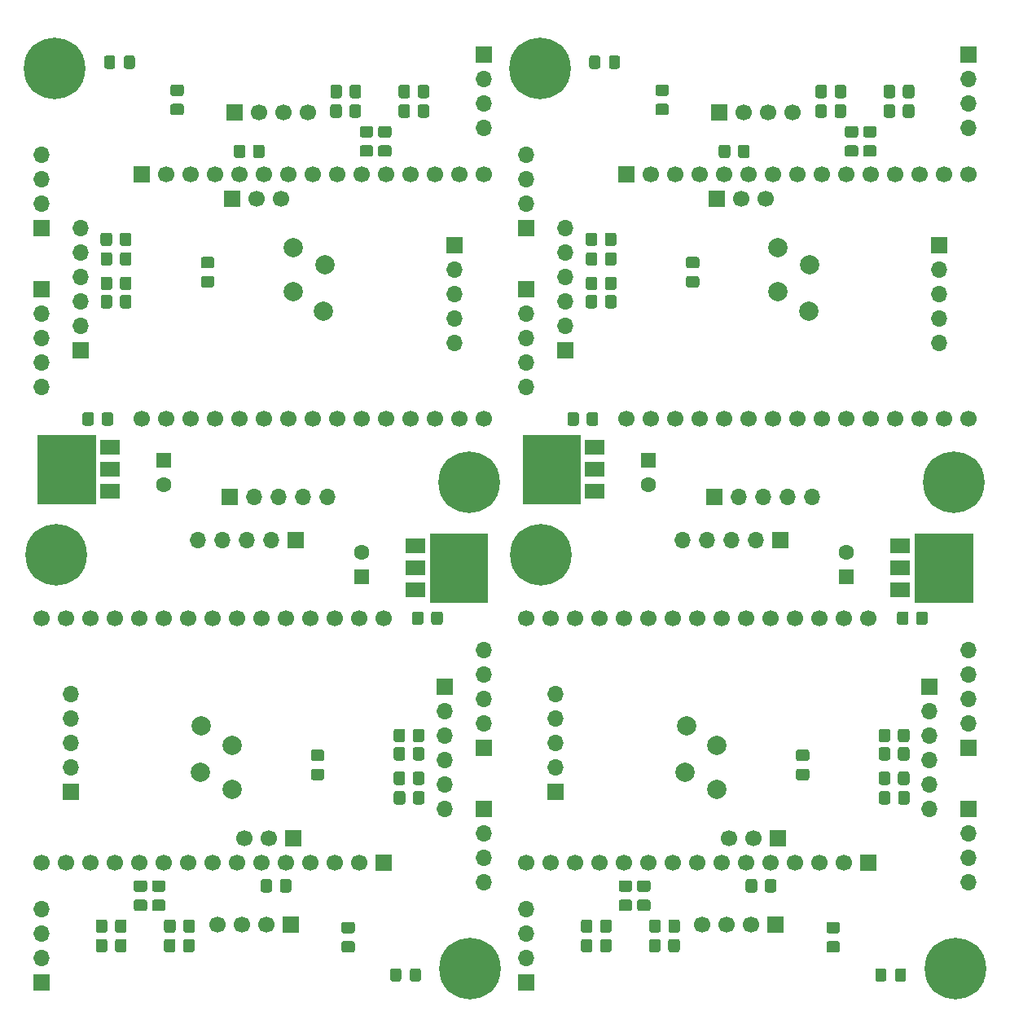
<source format=gbr>
G04 #@! TF.GenerationSoftware,KiCad,Pcbnew,5.1.9-1.fc33*
G04 #@! TF.CreationDate,2021-04-02T23:42:05+02:00*
G04 #@! TF.ProjectId,neOSensorv5_panelized,6e654f53-656e-4736-9f72-76355f70616e,rev?*
G04 #@! TF.SameCoordinates,Original*
G04 #@! TF.FileFunction,Soldermask,Top*
G04 #@! TF.FilePolarity,Negative*
%FSLAX46Y46*%
G04 Gerber Fmt 4.6, Leading zero omitted, Abs format (unit mm)*
G04 Created by KiCad (PCBNEW 5.1.9-1.fc33) date 2021-04-02 23:42:05*
%MOMM*%
%LPD*%
G01*
G04 APERTURE LIST*
%ADD10C,0.100000*%
%ADD11R,1.700000X1.700000*%
%ADD12O,1.700000X1.700000*%
%ADD13C,2.000000*%
%ADD14C,1.700000*%
%ADD15R,2.000000X3.800000*%
%ADD16R,2.000000X1.500000*%
%ADD17R,1.600000X1.600000*%
%ADD18C,1.600000*%
%ADD19C,6.400000*%
G04 APERTURE END LIST*
D10*
G36*
X73533000Y-84074000D02*
G01*
X67564000Y-84074000D01*
X67564000Y-76962000D01*
X73533000Y-76962000D01*
X73533000Y-84074000D01*
G37*
X73533000Y-84074000D02*
X67564000Y-84074000D01*
X67564000Y-76962000D01*
X73533000Y-76962000D01*
X73533000Y-84074000D01*
G36*
X123952000Y-84074000D02*
G01*
X117983000Y-84074000D01*
X117983000Y-76962000D01*
X123952000Y-76962000D01*
X123952000Y-84074000D01*
G37*
X123952000Y-84074000D02*
X117983000Y-84074000D01*
X117983000Y-76962000D01*
X123952000Y-76962000D01*
X123952000Y-84074000D01*
G36*
X83185000Y-73787000D02*
G01*
X77216000Y-73787000D01*
X77216000Y-66675000D01*
X83185000Y-66675000D01*
X83185000Y-73787000D01*
G37*
X83185000Y-73787000D02*
X77216000Y-73787000D01*
X77216000Y-66675000D01*
X83185000Y-66675000D01*
X83185000Y-73787000D01*
G36*
X32766000Y-73787000D02*
G01*
X26797000Y-73787000D01*
X26797000Y-66675000D01*
X32766000Y-66675000D01*
X32766000Y-73787000D01*
G37*
X32766000Y-73787000D02*
X26797000Y-73787000D01*
X26797000Y-66675000D01*
X32766000Y-66675000D01*
X32766000Y-73787000D01*
G04 #@! TO.C,R20*
G36*
G01*
X67005000Y-103943999D02*
X67005000Y-104844001D01*
G75*
G02*
X66755001Y-105094000I-249999J0D01*
G01*
X66054999Y-105094000D01*
G75*
G02*
X65805000Y-104844001I0J249999D01*
G01*
X65805000Y-103943999D01*
G75*
G02*
X66054999Y-103694000I249999J0D01*
G01*
X66755001Y-103694000D01*
G75*
G02*
X67005000Y-103943999I0J-249999D01*
G01*
G37*
G36*
G01*
X65005000Y-103943999D02*
X65005000Y-104844001D01*
G75*
G02*
X64755001Y-105094000I-249999J0D01*
G01*
X64054999Y-105094000D01*
G75*
G02*
X63805000Y-104844001I0J249999D01*
G01*
X63805000Y-103943999D01*
G75*
G02*
X64054999Y-103694000I249999J0D01*
G01*
X64755001Y-103694000D01*
G75*
G02*
X65005000Y-103943999I0J-249999D01*
G01*
G37*
G04 #@! TD*
G04 #@! TO.C,R9*
G36*
G01*
X49962000Y-113988001D02*
X49962000Y-113087999D01*
G75*
G02*
X50211999Y-112838000I249999J0D01*
G01*
X50912001Y-112838000D01*
G75*
G02*
X51162000Y-113087999I0J-249999D01*
G01*
X51162000Y-113988001D01*
G75*
G02*
X50912001Y-114238000I-249999J0D01*
G01*
X50211999Y-114238000D01*
G75*
G02*
X49962000Y-113988001I0J249999D01*
G01*
G37*
G36*
G01*
X51962000Y-113988001D02*
X51962000Y-113087999D01*
G75*
G02*
X52211999Y-112838000I249999J0D01*
G01*
X52912001Y-112838000D01*
G75*
G02*
X53162000Y-113087999I0J-249999D01*
G01*
X53162000Y-113988001D01*
G75*
G02*
X52912001Y-114238000I-249999J0D01*
G01*
X52211999Y-114238000D01*
G75*
G02*
X51962000Y-113988001I0J249999D01*
G01*
G37*
G04 #@! TD*
D11*
G04 #@! TO.C,J4*
X53594000Y-77597000D03*
D12*
X51054000Y-77597000D03*
X48514000Y-77597000D03*
X45974000Y-77597000D03*
X43434000Y-77597000D03*
G04 #@! TD*
D11*
G04 #@! TO.C,J5*
X30226000Y-103759000D03*
D12*
X30226000Y-101219000D03*
X30226000Y-98679000D03*
X30226000Y-96139000D03*
X30226000Y-93599000D03*
G04 #@! TD*
D13*
G04 #@! TO.C,TP4*
X46990000Y-98933000D03*
G04 #@! TD*
G04 #@! TO.C,R10*
G36*
G01*
X39913000Y-120211001D02*
X39913000Y-119310999D01*
G75*
G02*
X40162999Y-119061000I249999J0D01*
G01*
X40863001Y-119061000D01*
G75*
G02*
X41113000Y-119310999I0J-249999D01*
G01*
X41113000Y-120211001D01*
G75*
G02*
X40863001Y-120461000I-249999J0D01*
G01*
X40162999Y-120461000D01*
G75*
G02*
X39913000Y-120211001I0J249999D01*
G01*
G37*
G36*
G01*
X41913000Y-120211001D02*
X41913000Y-119310999D01*
G75*
G02*
X42162999Y-119061000I249999J0D01*
G01*
X42863001Y-119061000D01*
G75*
G02*
X43113000Y-119310999I0J-249999D01*
G01*
X43113000Y-120211001D01*
G75*
G02*
X42863001Y-120461000I-249999J0D01*
G01*
X42162999Y-120461000D01*
G75*
G02*
X41913000Y-120211001I0J249999D01*
G01*
G37*
G04 #@! TD*
G04 #@! TO.C,TP5*
X43688000Y-101727000D03*
G04 #@! TD*
G04 #@! TO.C,D1*
G36*
G01*
X63433000Y-123259001D02*
X63433000Y-122358999D01*
G75*
G02*
X63682999Y-122109000I249999J0D01*
G01*
X64333001Y-122109000D01*
G75*
G02*
X64583000Y-122358999I0J-249999D01*
G01*
X64583000Y-123259001D01*
G75*
G02*
X64333001Y-123509000I-249999J0D01*
G01*
X63682999Y-123509000D01*
G75*
G02*
X63433000Y-123259001I0J249999D01*
G01*
G37*
G36*
G01*
X65483000Y-123259001D02*
X65483000Y-122358999D01*
G75*
G02*
X65732999Y-122109000I249999J0D01*
G01*
X66383001Y-122109000D01*
G75*
G02*
X66633000Y-122358999I0J-249999D01*
G01*
X66633000Y-123259001D01*
G75*
G02*
X66383001Y-123509000I-249999J0D01*
G01*
X65732999Y-123509000D01*
G75*
G02*
X65483000Y-123259001I0J249999D01*
G01*
G37*
G04 #@! TD*
D11*
G04 #@! TO.C,J6*
X69088000Y-92837000D03*
D12*
X69088000Y-95377000D03*
X69088000Y-97917000D03*
X69088000Y-100457000D03*
X69088000Y-102997000D03*
X69088000Y-105537000D03*
G04 #@! TD*
G04 #@! TO.C,R3*
G36*
G01*
X58604999Y-117288000D02*
X59505001Y-117288000D01*
G75*
G02*
X59755000Y-117537999I0J-249999D01*
G01*
X59755000Y-118238001D01*
G75*
G02*
X59505001Y-118488000I-249999J0D01*
G01*
X58604999Y-118488000D01*
G75*
G02*
X58355000Y-118238001I0J249999D01*
G01*
X58355000Y-117537999D01*
G75*
G02*
X58604999Y-117288000I249999J0D01*
G01*
G37*
G36*
G01*
X58604999Y-119288000D02*
X59505001Y-119288000D01*
G75*
G02*
X59755000Y-119537999I0J-249999D01*
G01*
X59755000Y-120238001D01*
G75*
G02*
X59505001Y-120488000I-249999J0D01*
G01*
X58604999Y-120488000D01*
G75*
G02*
X58355000Y-120238001I0J249999D01*
G01*
X58355000Y-119537999D01*
G75*
G02*
X58604999Y-119288000I249999J0D01*
G01*
G37*
G04 #@! TD*
D11*
G04 #@! TO.C,J3*
X73152000Y-99187000D03*
D12*
X73152000Y-96647000D03*
X73152000Y-94107000D03*
X73152000Y-91567000D03*
X73152000Y-89027000D03*
G04 #@! TD*
G04 #@! TO.C,R8*
G36*
G01*
X37014999Y-112970000D02*
X37915001Y-112970000D01*
G75*
G02*
X38165000Y-113219999I0J-249999D01*
G01*
X38165000Y-113920001D01*
G75*
G02*
X37915001Y-114170000I-249999J0D01*
G01*
X37014999Y-114170000D01*
G75*
G02*
X36765000Y-113920001I0J249999D01*
G01*
X36765000Y-113219999D01*
G75*
G02*
X37014999Y-112970000I249999J0D01*
G01*
G37*
G36*
G01*
X37014999Y-114970000D02*
X37915001Y-114970000D01*
G75*
G02*
X38165000Y-115219999I0J-249999D01*
G01*
X38165000Y-115920001D01*
G75*
G02*
X37915001Y-116170000I-249999J0D01*
G01*
X37014999Y-116170000D01*
G75*
G02*
X36765000Y-115920001I0J249999D01*
G01*
X36765000Y-115219999D01*
G75*
G02*
X37014999Y-114970000I249999J0D01*
G01*
G37*
G04 #@! TD*
D13*
G04 #@! TO.C,TP6*
X46990000Y-103505000D03*
G04 #@! TD*
D11*
G04 #@! TO.C,U2*
X53086000Y-117602000D03*
D14*
X50546000Y-117602000D03*
X48006000Y-117602000D03*
X45466000Y-117602000D03*
G04 #@! TD*
G04 #@! TO.C,R12*
G36*
G01*
X32833000Y-120211001D02*
X32833000Y-119310999D01*
G75*
G02*
X33082999Y-119061000I249999J0D01*
G01*
X33783001Y-119061000D01*
G75*
G02*
X34033000Y-119310999I0J-249999D01*
G01*
X34033000Y-120211001D01*
G75*
G02*
X33783001Y-120461000I-249999J0D01*
G01*
X33082999Y-120461000D01*
G75*
G02*
X32833000Y-120211001I0J249999D01*
G01*
G37*
G36*
G01*
X34833000Y-120211001D02*
X34833000Y-119310999D01*
G75*
G02*
X35082999Y-119061000I249999J0D01*
G01*
X35783001Y-119061000D01*
G75*
G02*
X36033000Y-119310999I0J-249999D01*
G01*
X36033000Y-120211001D01*
G75*
G02*
X35783001Y-120461000I-249999J0D01*
G01*
X35082999Y-120461000D01*
G75*
G02*
X34833000Y-120211001I0J249999D01*
G01*
G37*
G04 #@! TD*
G04 #@! TO.C,R17*
G36*
G01*
X66989000Y-101911999D02*
X66989000Y-102812001D01*
G75*
G02*
X66739001Y-103062000I-249999J0D01*
G01*
X66038999Y-103062000D01*
G75*
G02*
X65789000Y-102812001I0J249999D01*
G01*
X65789000Y-101911999D01*
G75*
G02*
X66038999Y-101662000I249999J0D01*
G01*
X66739001Y-101662000D01*
G75*
G02*
X66989000Y-101911999I0J-249999D01*
G01*
G37*
G36*
G01*
X64989000Y-101911999D02*
X64989000Y-102812001D01*
G75*
G02*
X64739001Y-103062000I-249999J0D01*
G01*
X64038999Y-103062000D01*
G75*
G02*
X63789000Y-102812001I0J249999D01*
G01*
X63789000Y-101911999D01*
G75*
G02*
X64038999Y-101662000I249999J0D01*
G01*
X64739001Y-101662000D01*
G75*
G02*
X64989000Y-101911999I0J-249999D01*
G01*
G37*
G04 #@! TD*
G04 #@! TO.C,C1*
G36*
G01*
X67694000Y-86175001D02*
X67694000Y-85274999D01*
G75*
G02*
X67943999Y-85025000I249999J0D01*
G01*
X68644001Y-85025000D01*
G75*
G02*
X68894000Y-85274999I0J-249999D01*
G01*
X68894000Y-86175001D01*
G75*
G02*
X68644001Y-86425000I-249999J0D01*
G01*
X67943999Y-86425000D01*
G75*
G02*
X67694000Y-86175001I0J249999D01*
G01*
G37*
G36*
G01*
X65694000Y-86175001D02*
X65694000Y-85274999D01*
G75*
G02*
X65943999Y-85025000I249999J0D01*
G01*
X66644001Y-85025000D01*
G75*
G02*
X66894000Y-85274999I0J-249999D01*
G01*
X66894000Y-86175001D01*
G75*
G02*
X66644001Y-86425000I-249999J0D01*
G01*
X65943999Y-86425000D01*
G75*
G02*
X65694000Y-86175001I0J249999D01*
G01*
G37*
G04 #@! TD*
D15*
G04 #@! TO.C,U4*
X72340000Y-80518000D03*
D16*
X66040000Y-80518000D03*
X66040000Y-82818000D03*
X66040000Y-78218000D03*
G04 #@! TD*
G04 #@! TO.C,R19*
G36*
G01*
X66989000Y-99371999D02*
X66989000Y-100272001D01*
G75*
G02*
X66739001Y-100522000I-249999J0D01*
G01*
X66038999Y-100522000D01*
G75*
G02*
X65789000Y-100272001I0J249999D01*
G01*
X65789000Y-99371999D01*
G75*
G02*
X66038999Y-99122000I249999J0D01*
G01*
X66739001Y-99122000D01*
G75*
G02*
X66989000Y-99371999I0J-249999D01*
G01*
G37*
G36*
G01*
X64989000Y-99371999D02*
X64989000Y-100272001D01*
G75*
G02*
X64739001Y-100522000I-249999J0D01*
G01*
X64038999Y-100522000D01*
G75*
G02*
X63789000Y-100272001I0J249999D01*
G01*
X63789000Y-99371999D01*
G75*
G02*
X64038999Y-99122000I249999J0D01*
G01*
X64739001Y-99122000D01*
G75*
G02*
X64989000Y-99371999I0J-249999D01*
G01*
G37*
G04 #@! TD*
G04 #@! TO.C,C4*
G36*
G01*
X43129000Y-117278999D02*
X43129000Y-118179001D01*
G75*
G02*
X42879001Y-118429000I-249999J0D01*
G01*
X42178999Y-118429000D01*
G75*
G02*
X41929000Y-118179001I0J249999D01*
G01*
X41929000Y-117278999D01*
G75*
G02*
X42178999Y-117029000I249999J0D01*
G01*
X42879001Y-117029000D01*
G75*
G02*
X43129000Y-117278999I0J-249999D01*
G01*
G37*
G36*
G01*
X41129000Y-117278999D02*
X41129000Y-118179001D01*
G75*
G02*
X40879001Y-118429000I-249999J0D01*
G01*
X40178999Y-118429000D01*
G75*
G02*
X39929000Y-118179001I0J249999D01*
G01*
X39929000Y-117278999D01*
G75*
G02*
X40178999Y-117029000I249999J0D01*
G01*
X40879001Y-117029000D01*
G75*
G02*
X41129000Y-117278999I0J-249999D01*
G01*
G37*
G04 #@! TD*
D13*
G04 #@! TO.C,TP3*
X43815000Y-96901000D03*
G04 #@! TD*
D17*
G04 #@! TO.C,C2*
X60452000Y-81407000D03*
D18*
X60452000Y-78907000D03*
G04 #@! TD*
D11*
G04 #@! TO.C,J2*
X27178000Y-123571000D03*
D12*
X27178000Y-121031000D03*
X27178000Y-118491000D03*
X27178000Y-115951000D03*
G04 #@! TD*
D19*
G04 #@! TO.C,H2*
X28702000Y-79121000D03*
G04 #@! TD*
G04 #@! TO.C,R16*
G36*
G01*
X66989000Y-97466999D02*
X66989000Y-98367001D01*
G75*
G02*
X66739001Y-98617000I-249999J0D01*
G01*
X66038999Y-98617000D01*
G75*
G02*
X65789000Y-98367001I0J249999D01*
G01*
X65789000Y-97466999D01*
G75*
G02*
X66038999Y-97217000I249999J0D01*
G01*
X66739001Y-97217000D01*
G75*
G02*
X66989000Y-97466999I0J-249999D01*
G01*
G37*
G36*
G01*
X64989000Y-97466999D02*
X64989000Y-98367001D01*
G75*
G02*
X64739001Y-98617000I-249999J0D01*
G01*
X64038999Y-98617000D01*
G75*
G02*
X63789000Y-98367001I0J249999D01*
G01*
X63789000Y-97466999D01*
G75*
G02*
X64038999Y-97217000I249999J0D01*
G01*
X64739001Y-97217000D01*
G75*
G02*
X64989000Y-97466999I0J-249999D01*
G01*
G37*
G04 #@! TD*
D11*
G04 #@! TO.C,U1*
X53340000Y-108585000D03*
D14*
X50800000Y-108585000D03*
X48260000Y-108585000D03*
G04 #@! TD*
G04 #@! TO.C,C3*
G36*
G01*
X55429999Y-99381000D02*
X56330001Y-99381000D01*
G75*
G02*
X56580000Y-99630999I0J-249999D01*
G01*
X56580000Y-100331001D01*
G75*
G02*
X56330001Y-100581000I-249999J0D01*
G01*
X55429999Y-100581000D01*
G75*
G02*
X55180000Y-100331001I0J249999D01*
G01*
X55180000Y-99630999D01*
G75*
G02*
X55429999Y-99381000I249999J0D01*
G01*
G37*
G36*
G01*
X55429999Y-101381000D02*
X56330001Y-101381000D01*
G75*
G02*
X56580000Y-101630999I0J-249999D01*
G01*
X56580000Y-102331001D01*
G75*
G02*
X56330001Y-102581000I-249999J0D01*
G01*
X55429999Y-102581000D01*
G75*
G02*
X55180000Y-102331001I0J249999D01*
G01*
X55180000Y-101630999D01*
G75*
G02*
X55429999Y-101381000I249999J0D01*
G01*
G37*
G04 #@! TD*
G04 #@! TO.C,R21*
G36*
G01*
X38919999Y-112970000D02*
X39820001Y-112970000D01*
G75*
G02*
X40070000Y-113219999I0J-249999D01*
G01*
X40070000Y-113920001D01*
G75*
G02*
X39820001Y-114170000I-249999J0D01*
G01*
X38919999Y-114170000D01*
G75*
G02*
X38670000Y-113920001I0J249999D01*
G01*
X38670000Y-113219999D01*
G75*
G02*
X38919999Y-112970000I249999J0D01*
G01*
G37*
G36*
G01*
X38919999Y-114970000D02*
X39820001Y-114970000D01*
G75*
G02*
X40070000Y-115219999I0J-249999D01*
G01*
X40070000Y-115920001D01*
G75*
G02*
X39820001Y-116170000I-249999J0D01*
G01*
X38919999Y-116170000D01*
G75*
G02*
X38670000Y-115920001I0J249999D01*
G01*
X38670000Y-115219999D01*
G75*
G02*
X38919999Y-114970000I249999J0D01*
G01*
G37*
G04 #@! TD*
D11*
G04 #@! TO.C,J1*
X73152000Y-105537000D03*
D12*
X73152000Y-108077000D03*
X73152000Y-110617000D03*
X73152000Y-113157000D03*
G04 #@! TD*
D11*
G04 #@! TO.C,U3*
X62738000Y-111125000D03*
D14*
X60198000Y-111125000D03*
X57658000Y-111125000D03*
X55118000Y-111125000D03*
X52578000Y-111125000D03*
X50038000Y-111125000D03*
X47498000Y-111125000D03*
X44958000Y-111125000D03*
X42418000Y-111125000D03*
X39878000Y-111125000D03*
X37338000Y-111125000D03*
X34798000Y-111125000D03*
X32258000Y-111125000D03*
X29718000Y-111125000D03*
X27178000Y-111125000D03*
X27178000Y-85725000D03*
X29718000Y-85725000D03*
X32258000Y-85725000D03*
X34798000Y-85725000D03*
X37338000Y-85725000D03*
X39878000Y-85725000D03*
X42418000Y-85725000D03*
X44958000Y-85725000D03*
X47498000Y-85725000D03*
X50038000Y-85725000D03*
X52578000Y-85725000D03*
X55118000Y-85725000D03*
X57658000Y-85725000D03*
X60198000Y-85725000D03*
X62738000Y-85725000D03*
G04 #@! TD*
G04 #@! TO.C,R11*
G36*
G01*
X36033000Y-117278999D02*
X36033000Y-118179001D01*
G75*
G02*
X35783001Y-118429000I-249999J0D01*
G01*
X35082999Y-118429000D01*
G75*
G02*
X34833000Y-118179001I0J249999D01*
G01*
X34833000Y-117278999D01*
G75*
G02*
X35082999Y-117029000I249999J0D01*
G01*
X35783001Y-117029000D01*
G75*
G02*
X36033000Y-117278999I0J-249999D01*
G01*
G37*
G36*
G01*
X34033000Y-117278999D02*
X34033000Y-118179001D01*
G75*
G02*
X33783001Y-118429000I-249999J0D01*
G01*
X33082999Y-118429000D01*
G75*
G02*
X32833000Y-118179001I0J249999D01*
G01*
X32833000Y-117278999D01*
G75*
G02*
X33082999Y-117029000I249999J0D01*
G01*
X33783001Y-117029000D01*
G75*
G02*
X34033000Y-117278999I0J-249999D01*
G01*
G37*
G04 #@! TD*
D19*
G04 #@! TO.C,H1*
X71755000Y-122174000D03*
G04 #@! TD*
D14*
G04 #@! TO.C,U1*
X98679000Y-108585000D03*
X101219000Y-108585000D03*
D11*
X103759000Y-108585000D03*
G04 #@! TD*
G04 #@! TO.C,R10*
G36*
G01*
X92332000Y-120211001D02*
X92332000Y-119310999D01*
G75*
G02*
X92581999Y-119061000I249999J0D01*
G01*
X93282001Y-119061000D01*
G75*
G02*
X93532000Y-119310999I0J-249999D01*
G01*
X93532000Y-120211001D01*
G75*
G02*
X93282001Y-120461000I-249999J0D01*
G01*
X92581999Y-120461000D01*
G75*
G02*
X92332000Y-120211001I0J249999D01*
G01*
G37*
G36*
G01*
X90332000Y-120211001D02*
X90332000Y-119310999D01*
G75*
G02*
X90581999Y-119061000I249999J0D01*
G01*
X91282001Y-119061000D01*
G75*
G02*
X91532000Y-119310999I0J-249999D01*
G01*
X91532000Y-120211001D01*
G75*
G02*
X91282001Y-120461000I-249999J0D01*
G01*
X90581999Y-120461000D01*
G75*
G02*
X90332000Y-120211001I0J249999D01*
G01*
G37*
G04 #@! TD*
D13*
G04 #@! TO.C,TP5*
X94107000Y-101727000D03*
G04 #@! TD*
G04 #@! TO.C,R16*
G36*
G01*
X115408000Y-97466999D02*
X115408000Y-98367001D01*
G75*
G02*
X115158001Y-98617000I-249999J0D01*
G01*
X114457999Y-98617000D01*
G75*
G02*
X114208000Y-98367001I0J249999D01*
G01*
X114208000Y-97466999D01*
G75*
G02*
X114457999Y-97217000I249999J0D01*
G01*
X115158001Y-97217000D01*
G75*
G02*
X115408000Y-97466999I0J-249999D01*
G01*
G37*
G36*
G01*
X117408000Y-97466999D02*
X117408000Y-98367001D01*
G75*
G02*
X117158001Y-98617000I-249999J0D01*
G01*
X116457999Y-98617000D01*
G75*
G02*
X116208000Y-98367001I0J249999D01*
G01*
X116208000Y-97466999D01*
G75*
G02*
X116457999Y-97217000I249999J0D01*
G01*
X117158001Y-97217000D01*
G75*
G02*
X117408000Y-97466999I0J-249999D01*
G01*
G37*
G04 #@! TD*
G04 #@! TO.C,R8*
G36*
G01*
X87433999Y-114970000D02*
X88334001Y-114970000D01*
G75*
G02*
X88584000Y-115219999I0J-249999D01*
G01*
X88584000Y-115920001D01*
G75*
G02*
X88334001Y-116170000I-249999J0D01*
G01*
X87433999Y-116170000D01*
G75*
G02*
X87184000Y-115920001I0J249999D01*
G01*
X87184000Y-115219999D01*
G75*
G02*
X87433999Y-114970000I249999J0D01*
G01*
G37*
G36*
G01*
X87433999Y-112970000D02*
X88334001Y-112970000D01*
G75*
G02*
X88584000Y-113219999I0J-249999D01*
G01*
X88584000Y-113920001D01*
G75*
G02*
X88334001Y-114170000I-249999J0D01*
G01*
X87433999Y-114170000D01*
G75*
G02*
X87184000Y-113920001I0J249999D01*
G01*
X87184000Y-113219999D01*
G75*
G02*
X87433999Y-112970000I249999J0D01*
G01*
G37*
G04 #@! TD*
G04 #@! TO.C,D1*
G36*
G01*
X115902000Y-123259001D02*
X115902000Y-122358999D01*
G75*
G02*
X116151999Y-122109000I249999J0D01*
G01*
X116802001Y-122109000D01*
G75*
G02*
X117052000Y-122358999I0J-249999D01*
G01*
X117052000Y-123259001D01*
G75*
G02*
X116802001Y-123509000I-249999J0D01*
G01*
X116151999Y-123509000D01*
G75*
G02*
X115902000Y-123259001I0J249999D01*
G01*
G37*
G36*
G01*
X113852000Y-123259001D02*
X113852000Y-122358999D01*
G75*
G02*
X114101999Y-122109000I249999J0D01*
G01*
X114752001Y-122109000D01*
G75*
G02*
X115002000Y-122358999I0J-249999D01*
G01*
X115002000Y-123259001D01*
G75*
G02*
X114752001Y-123509000I-249999J0D01*
G01*
X114101999Y-123509000D01*
G75*
G02*
X113852000Y-123259001I0J249999D01*
G01*
G37*
G04 #@! TD*
D12*
G04 #@! TO.C,J6*
X119507000Y-105537000D03*
X119507000Y-102997000D03*
X119507000Y-100457000D03*
X119507000Y-97917000D03*
X119507000Y-95377000D03*
D11*
X119507000Y-92837000D03*
G04 #@! TD*
G04 #@! TO.C,R3*
G36*
G01*
X109023999Y-119288000D02*
X109924001Y-119288000D01*
G75*
G02*
X110174000Y-119537999I0J-249999D01*
G01*
X110174000Y-120238001D01*
G75*
G02*
X109924001Y-120488000I-249999J0D01*
G01*
X109023999Y-120488000D01*
G75*
G02*
X108774000Y-120238001I0J249999D01*
G01*
X108774000Y-119537999D01*
G75*
G02*
X109023999Y-119288000I249999J0D01*
G01*
G37*
G36*
G01*
X109023999Y-117288000D02*
X109924001Y-117288000D01*
G75*
G02*
X110174000Y-117537999I0J-249999D01*
G01*
X110174000Y-118238001D01*
G75*
G02*
X109924001Y-118488000I-249999J0D01*
G01*
X109023999Y-118488000D01*
G75*
G02*
X108774000Y-118238001I0J249999D01*
G01*
X108774000Y-117537999D01*
G75*
G02*
X109023999Y-117288000I249999J0D01*
G01*
G37*
G04 #@! TD*
D12*
G04 #@! TO.C,J3*
X123571000Y-89027000D03*
X123571000Y-91567000D03*
X123571000Y-94107000D03*
X123571000Y-96647000D03*
D11*
X123571000Y-99187000D03*
G04 #@! TD*
G04 #@! TO.C,R20*
G36*
G01*
X115424000Y-103943999D02*
X115424000Y-104844001D01*
G75*
G02*
X115174001Y-105094000I-249999J0D01*
G01*
X114473999Y-105094000D01*
G75*
G02*
X114224000Y-104844001I0J249999D01*
G01*
X114224000Y-103943999D01*
G75*
G02*
X114473999Y-103694000I249999J0D01*
G01*
X115174001Y-103694000D01*
G75*
G02*
X115424000Y-103943999I0J-249999D01*
G01*
G37*
G36*
G01*
X117424000Y-103943999D02*
X117424000Y-104844001D01*
G75*
G02*
X117174001Y-105094000I-249999J0D01*
G01*
X116473999Y-105094000D01*
G75*
G02*
X116224000Y-104844001I0J249999D01*
G01*
X116224000Y-103943999D01*
G75*
G02*
X116473999Y-103694000I249999J0D01*
G01*
X117174001Y-103694000D01*
G75*
G02*
X117424000Y-103943999I0J-249999D01*
G01*
G37*
G04 #@! TD*
G04 #@! TO.C,C4*
G36*
G01*
X91548000Y-117278999D02*
X91548000Y-118179001D01*
G75*
G02*
X91298001Y-118429000I-249999J0D01*
G01*
X90597999Y-118429000D01*
G75*
G02*
X90348000Y-118179001I0J249999D01*
G01*
X90348000Y-117278999D01*
G75*
G02*
X90597999Y-117029000I249999J0D01*
G01*
X91298001Y-117029000D01*
G75*
G02*
X91548000Y-117278999I0J-249999D01*
G01*
G37*
G36*
G01*
X93548000Y-117278999D02*
X93548000Y-118179001D01*
G75*
G02*
X93298001Y-118429000I-249999J0D01*
G01*
X92597999Y-118429000D01*
G75*
G02*
X92348000Y-118179001I0J249999D01*
G01*
X92348000Y-117278999D01*
G75*
G02*
X92597999Y-117029000I249999J0D01*
G01*
X93298001Y-117029000D01*
G75*
G02*
X93548000Y-117278999I0J-249999D01*
G01*
G37*
G04 #@! TD*
D13*
G04 #@! TO.C,TP3*
X94234000Y-96901000D03*
G04 #@! TD*
G04 #@! TO.C,R21*
G36*
G01*
X89338999Y-114970000D02*
X90239001Y-114970000D01*
G75*
G02*
X90489000Y-115219999I0J-249999D01*
G01*
X90489000Y-115920001D01*
G75*
G02*
X90239001Y-116170000I-249999J0D01*
G01*
X89338999Y-116170000D01*
G75*
G02*
X89089000Y-115920001I0J249999D01*
G01*
X89089000Y-115219999D01*
G75*
G02*
X89338999Y-114970000I249999J0D01*
G01*
G37*
G36*
G01*
X89338999Y-112970000D02*
X90239001Y-112970000D01*
G75*
G02*
X90489000Y-113219999I0J-249999D01*
G01*
X90489000Y-113920001D01*
G75*
G02*
X90239001Y-114170000I-249999J0D01*
G01*
X89338999Y-114170000D01*
G75*
G02*
X89089000Y-113920001I0J249999D01*
G01*
X89089000Y-113219999D01*
G75*
G02*
X89338999Y-112970000I249999J0D01*
G01*
G37*
G04 #@! TD*
G04 #@! TO.C,C3*
G36*
G01*
X105848999Y-101381000D02*
X106749001Y-101381000D01*
G75*
G02*
X106999000Y-101630999I0J-249999D01*
G01*
X106999000Y-102331001D01*
G75*
G02*
X106749001Y-102581000I-249999J0D01*
G01*
X105848999Y-102581000D01*
G75*
G02*
X105599000Y-102331001I0J249999D01*
G01*
X105599000Y-101630999D01*
G75*
G02*
X105848999Y-101381000I249999J0D01*
G01*
G37*
G36*
G01*
X105848999Y-99381000D02*
X106749001Y-99381000D01*
G75*
G02*
X106999000Y-99630999I0J-249999D01*
G01*
X106999000Y-100331001D01*
G75*
G02*
X106749001Y-100581000I-249999J0D01*
G01*
X105848999Y-100581000D01*
G75*
G02*
X105599000Y-100331001I0J249999D01*
G01*
X105599000Y-99630999D01*
G75*
G02*
X105848999Y-99381000I249999J0D01*
G01*
G37*
G04 #@! TD*
G04 #@! TO.C,R17*
G36*
G01*
X115408000Y-101911999D02*
X115408000Y-102812001D01*
G75*
G02*
X115158001Y-103062000I-249999J0D01*
G01*
X114457999Y-103062000D01*
G75*
G02*
X114208000Y-102812001I0J249999D01*
G01*
X114208000Y-101911999D01*
G75*
G02*
X114457999Y-101662000I249999J0D01*
G01*
X115158001Y-101662000D01*
G75*
G02*
X115408000Y-101911999I0J-249999D01*
G01*
G37*
G36*
G01*
X117408000Y-101911999D02*
X117408000Y-102812001D01*
G75*
G02*
X117158001Y-103062000I-249999J0D01*
G01*
X116457999Y-103062000D01*
G75*
G02*
X116208000Y-102812001I0J249999D01*
G01*
X116208000Y-101911999D01*
G75*
G02*
X116457999Y-101662000I249999J0D01*
G01*
X117158001Y-101662000D01*
G75*
G02*
X117408000Y-101911999I0J-249999D01*
G01*
G37*
G04 #@! TD*
G04 #@! TO.C,R12*
G36*
G01*
X85252000Y-120211001D02*
X85252000Y-119310999D01*
G75*
G02*
X85501999Y-119061000I249999J0D01*
G01*
X86202001Y-119061000D01*
G75*
G02*
X86452000Y-119310999I0J-249999D01*
G01*
X86452000Y-120211001D01*
G75*
G02*
X86202001Y-120461000I-249999J0D01*
G01*
X85501999Y-120461000D01*
G75*
G02*
X85252000Y-120211001I0J249999D01*
G01*
G37*
G36*
G01*
X83252000Y-120211001D02*
X83252000Y-119310999D01*
G75*
G02*
X83501999Y-119061000I249999J0D01*
G01*
X84202001Y-119061000D01*
G75*
G02*
X84452000Y-119310999I0J-249999D01*
G01*
X84452000Y-120211001D01*
G75*
G02*
X84202001Y-120461000I-249999J0D01*
G01*
X83501999Y-120461000D01*
G75*
G02*
X83252000Y-120211001I0J249999D01*
G01*
G37*
G04 #@! TD*
G04 #@! TO.C,TP6*
X97409000Y-103505000D03*
G04 #@! TD*
D12*
G04 #@! TO.C,J1*
X123571000Y-113157000D03*
X123571000Y-110617000D03*
X123571000Y-108077000D03*
D11*
X123571000Y-105537000D03*
G04 #@! TD*
D12*
G04 #@! TO.C,J2*
X77597000Y-115951000D03*
X77597000Y-118491000D03*
X77597000Y-121031000D03*
D11*
X77597000Y-123571000D03*
G04 #@! TD*
G04 #@! TO.C,C1*
G36*
G01*
X116113000Y-86175001D02*
X116113000Y-85274999D01*
G75*
G02*
X116362999Y-85025000I249999J0D01*
G01*
X117063001Y-85025000D01*
G75*
G02*
X117313000Y-85274999I0J-249999D01*
G01*
X117313000Y-86175001D01*
G75*
G02*
X117063001Y-86425000I-249999J0D01*
G01*
X116362999Y-86425000D01*
G75*
G02*
X116113000Y-86175001I0J249999D01*
G01*
G37*
G36*
G01*
X118113000Y-86175001D02*
X118113000Y-85274999D01*
G75*
G02*
X118362999Y-85025000I249999J0D01*
G01*
X119063001Y-85025000D01*
G75*
G02*
X119313000Y-85274999I0J-249999D01*
G01*
X119313000Y-86175001D01*
G75*
G02*
X119063001Y-86425000I-249999J0D01*
G01*
X118362999Y-86425000D01*
G75*
G02*
X118113000Y-86175001I0J249999D01*
G01*
G37*
G04 #@! TD*
G04 #@! TO.C,R9*
G36*
G01*
X102381000Y-113988001D02*
X102381000Y-113087999D01*
G75*
G02*
X102630999Y-112838000I249999J0D01*
G01*
X103331001Y-112838000D01*
G75*
G02*
X103581000Y-113087999I0J-249999D01*
G01*
X103581000Y-113988001D01*
G75*
G02*
X103331001Y-114238000I-249999J0D01*
G01*
X102630999Y-114238000D01*
G75*
G02*
X102381000Y-113988001I0J249999D01*
G01*
G37*
G36*
G01*
X100381000Y-113988001D02*
X100381000Y-113087999D01*
G75*
G02*
X100630999Y-112838000I249999J0D01*
G01*
X101331001Y-112838000D01*
G75*
G02*
X101581000Y-113087999I0J-249999D01*
G01*
X101581000Y-113988001D01*
G75*
G02*
X101331001Y-114238000I-249999J0D01*
G01*
X100630999Y-114238000D01*
G75*
G02*
X100381000Y-113988001I0J249999D01*
G01*
G37*
G04 #@! TD*
D13*
G04 #@! TO.C,TP4*
X97409000Y-98933000D03*
G04 #@! TD*
D18*
G04 #@! TO.C,C2*
X110871000Y-78907000D03*
D17*
X110871000Y-81407000D03*
G04 #@! TD*
D14*
G04 #@! TO.C,U2*
X95885000Y-117602000D03*
X98425000Y-117602000D03*
X100965000Y-117602000D03*
D11*
X103505000Y-117602000D03*
G04 #@! TD*
D12*
G04 #@! TO.C,J4*
X93853000Y-77597000D03*
X96393000Y-77597000D03*
X98933000Y-77597000D03*
X101473000Y-77597000D03*
D11*
X104013000Y-77597000D03*
G04 #@! TD*
D12*
G04 #@! TO.C,J5*
X80645000Y-93599000D03*
X80645000Y-96139000D03*
X80645000Y-98679000D03*
X80645000Y-101219000D03*
D11*
X80645000Y-103759000D03*
G04 #@! TD*
G04 #@! TO.C,R19*
G36*
G01*
X115408000Y-99371999D02*
X115408000Y-100272001D01*
G75*
G02*
X115158001Y-100522000I-249999J0D01*
G01*
X114457999Y-100522000D01*
G75*
G02*
X114208000Y-100272001I0J249999D01*
G01*
X114208000Y-99371999D01*
G75*
G02*
X114457999Y-99122000I249999J0D01*
G01*
X115158001Y-99122000D01*
G75*
G02*
X115408000Y-99371999I0J-249999D01*
G01*
G37*
G36*
G01*
X117408000Y-99371999D02*
X117408000Y-100272001D01*
G75*
G02*
X117158001Y-100522000I-249999J0D01*
G01*
X116457999Y-100522000D01*
G75*
G02*
X116208000Y-100272001I0J249999D01*
G01*
X116208000Y-99371999D01*
G75*
G02*
X116457999Y-99122000I249999J0D01*
G01*
X117158001Y-99122000D01*
G75*
G02*
X117408000Y-99371999I0J-249999D01*
G01*
G37*
G04 #@! TD*
D16*
G04 #@! TO.C,U4*
X116459000Y-78218000D03*
X116459000Y-82818000D03*
X116459000Y-80518000D03*
D15*
X122759000Y-80518000D03*
G04 #@! TD*
D19*
G04 #@! TO.C,H2*
X79121000Y-79121000D03*
G04 #@! TD*
G04 #@! TO.C,R11*
G36*
G01*
X84452000Y-117278999D02*
X84452000Y-118179001D01*
G75*
G02*
X84202001Y-118429000I-249999J0D01*
G01*
X83501999Y-118429000D01*
G75*
G02*
X83252000Y-118179001I0J249999D01*
G01*
X83252000Y-117278999D01*
G75*
G02*
X83501999Y-117029000I249999J0D01*
G01*
X84202001Y-117029000D01*
G75*
G02*
X84452000Y-117278999I0J-249999D01*
G01*
G37*
G36*
G01*
X86452000Y-117278999D02*
X86452000Y-118179001D01*
G75*
G02*
X86202001Y-118429000I-249999J0D01*
G01*
X85501999Y-118429000D01*
G75*
G02*
X85252000Y-118179001I0J249999D01*
G01*
X85252000Y-117278999D01*
G75*
G02*
X85501999Y-117029000I249999J0D01*
G01*
X86202001Y-117029000D01*
G75*
G02*
X86452000Y-117278999I0J-249999D01*
G01*
G37*
G04 #@! TD*
G04 #@! TO.C,H1*
X122174000Y-122174000D03*
G04 #@! TD*
D14*
G04 #@! TO.C,U3*
X113157000Y-85725000D03*
X110617000Y-85725000D03*
X108077000Y-85725000D03*
X105537000Y-85725000D03*
X102997000Y-85725000D03*
X100457000Y-85725000D03*
X97917000Y-85725000D03*
X95377000Y-85725000D03*
X92837000Y-85725000D03*
X90297000Y-85725000D03*
X87757000Y-85725000D03*
X85217000Y-85725000D03*
X82677000Y-85725000D03*
X80137000Y-85725000D03*
X77597000Y-85725000D03*
X77597000Y-111125000D03*
X80137000Y-111125000D03*
X82677000Y-111125000D03*
X85217000Y-111125000D03*
X87757000Y-111125000D03*
X90297000Y-111125000D03*
X92837000Y-111125000D03*
X95377000Y-111125000D03*
X97917000Y-111125000D03*
X100457000Y-111125000D03*
X102997000Y-111125000D03*
X105537000Y-111125000D03*
X108077000Y-111125000D03*
X110617000Y-111125000D03*
D11*
X113157000Y-111125000D03*
G04 #@! TD*
G04 #@! TO.C,J6*
X81661000Y-57912000D03*
D12*
X81661000Y-55372000D03*
X81661000Y-52832000D03*
X81661000Y-50292000D03*
X81661000Y-47752000D03*
X81661000Y-45212000D03*
G04 #@! TD*
D15*
G04 #@! TO.C,U4*
X78409000Y-70231000D03*
D16*
X84709000Y-70231000D03*
X84709000Y-67931000D03*
X84709000Y-72531000D03*
G04 #@! TD*
D13*
G04 #@! TO.C,TP3*
X106934000Y-53848000D03*
G04 #@! TD*
G04 #@! TO.C,D1*
G36*
G01*
X87316000Y-27489999D02*
X87316000Y-28390001D01*
G75*
G02*
X87066001Y-28640000I-249999J0D01*
G01*
X86415999Y-28640000D01*
G75*
G02*
X86166000Y-28390001I0J249999D01*
G01*
X86166000Y-27489999D01*
G75*
G02*
X86415999Y-27240000I249999J0D01*
G01*
X87066001Y-27240000D01*
G75*
G02*
X87316000Y-27489999I0J-249999D01*
G01*
G37*
G36*
G01*
X85266000Y-27489999D02*
X85266000Y-28390001D01*
G75*
G02*
X85016001Y-28640000I-249999J0D01*
G01*
X84365999Y-28640000D01*
G75*
G02*
X84116000Y-28390001I0J249999D01*
G01*
X84116000Y-27489999D01*
G75*
G02*
X84365999Y-27240000I249999J0D01*
G01*
X85016001Y-27240000D01*
G75*
G02*
X85266000Y-27489999I0J-249999D01*
G01*
G37*
G04 #@! TD*
G04 #@! TO.C,R21*
G36*
G01*
X111829001Y-37779000D02*
X110928999Y-37779000D01*
G75*
G02*
X110679000Y-37529001I0J249999D01*
G01*
X110679000Y-36828999D01*
G75*
G02*
X110928999Y-36579000I249999J0D01*
G01*
X111829001Y-36579000D01*
G75*
G02*
X112079000Y-36828999I0J-249999D01*
G01*
X112079000Y-37529001D01*
G75*
G02*
X111829001Y-37779000I-249999J0D01*
G01*
G37*
G36*
G01*
X111829001Y-35779000D02*
X110928999Y-35779000D01*
G75*
G02*
X110679000Y-35529001I0J249999D01*
G01*
X110679000Y-34828999D01*
G75*
G02*
X110928999Y-34579000I249999J0D01*
G01*
X111829001Y-34579000D01*
G75*
G02*
X112079000Y-34828999I0J-249999D01*
G01*
X112079000Y-35529001D01*
G75*
G02*
X111829001Y-35779000I-249999J0D01*
G01*
G37*
G04 #@! TD*
G04 #@! TO.C,R17*
G36*
G01*
X83760000Y-48837001D02*
X83760000Y-47936999D01*
G75*
G02*
X84009999Y-47687000I249999J0D01*
G01*
X84710001Y-47687000D01*
G75*
G02*
X84960000Y-47936999I0J-249999D01*
G01*
X84960000Y-48837001D01*
G75*
G02*
X84710001Y-49087000I-249999J0D01*
G01*
X84009999Y-49087000D01*
G75*
G02*
X83760000Y-48837001I0J249999D01*
G01*
G37*
G36*
G01*
X85760000Y-48837001D02*
X85760000Y-47936999D01*
G75*
G02*
X86009999Y-47687000I249999J0D01*
G01*
X86710001Y-47687000D01*
G75*
G02*
X86960000Y-47936999I0J-249999D01*
G01*
X86960000Y-48837001D01*
G75*
G02*
X86710001Y-49087000I-249999J0D01*
G01*
X86009999Y-49087000D01*
G75*
G02*
X85760000Y-48837001I0J249999D01*
G01*
G37*
G04 #@! TD*
G04 #@! TO.C,C3*
G36*
G01*
X95319001Y-51368000D02*
X94418999Y-51368000D01*
G75*
G02*
X94169000Y-51118001I0J249999D01*
G01*
X94169000Y-50417999D01*
G75*
G02*
X94418999Y-50168000I249999J0D01*
G01*
X95319001Y-50168000D01*
G75*
G02*
X95569000Y-50417999I0J-249999D01*
G01*
X95569000Y-51118001D01*
G75*
G02*
X95319001Y-51368000I-249999J0D01*
G01*
G37*
G36*
G01*
X95319001Y-49368000D02*
X94418999Y-49368000D01*
G75*
G02*
X94169000Y-49118001I0J249999D01*
G01*
X94169000Y-48417999D01*
G75*
G02*
X94418999Y-48168000I249999J0D01*
G01*
X95319001Y-48168000D01*
G75*
G02*
X95569000Y-48417999I0J-249999D01*
G01*
X95569000Y-49118001D01*
G75*
G02*
X95319001Y-49368000I-249999J0D01*
G01*
G37*
G04 #@! TD*
G04 #@! TO.C,R12*
G36*
G01*
X117916000Y-30537999D02*
X117916000Y-31438001D01*
G75*
G02*
X117666001Y-31688000I-249999J0D01*
G01*
X116965999Y-31688000D01*
G75*
G02*
X116716000Y-31438001I0J249999D01*
G01*
X116716000Y-30537999D01*
G75*
G02*
X116965999Y-30288000I249999J0D01*
G01*
X117666001Y-30288000D01*
G75*
G02*
X117916000Y-30537999I0J-249999D01*
G01*
G37*
G36*
G01*
X115916000Y-30537999D02*
X115916000Y-31438001D01*
G75*
G02*
X115666001Y-31688000I-249999J0D01*
G01*
X114965999Y-31688000D01*
G75*
G02*
X114716000Y-31438001I0J249999D01*
G01*
X114716000Y-30537999D01*
G75*
G02*
X114965999Y-30288000I249999J0D01*
G01*
X115666001Y-30288000D01*
G75*
G02*
X115916000Y-30537999I0J-249999D01*
G01*
G37*
G04 #@! TD*
G04 #@! TO.C,TP4*
X103759000Y-51816000D03*
G04 #@! TD*
G04 #@! TO.C,R20*
G36*
G01*
X83744000Y-46805001D02*
X83744000Y-45904999D01*
G75*
G02*
X83993999Y-45655000I249999J0D01*
G01*
X84694001Y-45655000D01*
G75*
G02*
X84944000Y-45904999I0J-249999D01*
G01*
X84944000Y-46805001D01*
G75*
G02*
X84694001Y-47055000I-249999J0D01*
G01*
X83993999Y-47055000D01*
G75*
G02*
X83744000Y-46805001I0J249999D01*
G01*
G37*
G36*
G01*
X85744000Y-46805001D02*
X85744000Y-45904999D01*
G75*
G02*
X85993999Y-45655000I249999J0D01*
G01*
X86694001Y-45655000D01*
G75*
G02*
X86944000Y-45904999I0J-249999D01*
G01*
X86944000Y-46805001D01*
G75*
G02*
X86694001Y-47055000I-249999J0D01*
G01*
X85993999Y-47055000D01*
G75*
G02*
X85744000Y-46805001I0J249999D01*
G01*
G37*
G04 #@! TD*
G04 #@! TO.C,R9*
G36*
G01*
X100787000Y-36760999D02*
X100787000Y-37661001D01*
G75*
G02*
X100537001Y-37911000I-249999J0D01*
G01*
X99836999Y-37911000D01*
G75*
G02*
X99587000Y-37661001I0J249999D01*
G01*
X99587000Y-36760999D01*
G75*
G02*
X99836999Y-36511000I249999J0D01*
G01*
X100537001Y-36511000D01*
G75*
G02*
X100787000Y-36760999I0J-249999D01*
G01*
G37*
G36*
G01*
X98787000Y-36760999D02*
X98787000Y-37661001D01*
G75*
G02*
X98537001Y-37911000I-249999J0D01*
G01*
X97836999Y-37911000D01*
G75*
G02*
X97587000Y-37661001I0J249999D01*
G01*
X97587000Y-36760999D01*
G75*
G02*
X97836999Y-36511000I249999J0D01*
G01*
X98537001Y-36511000D01*
G75*
G02*
X98787000Y-36760999I0J-249999D01*
G01*
G37*
G04 #@! TD*
G04 #@! TO.C,R11*
G36*
G01*
X114716000Y-33470001D02*
X114716000Y-32569999D01*
G75*
G02*
X114965999Y-32320000I249999J0D01*
G01*
X115666001Y-32320000D01*
G75*
G02*
X115916000Y-32569999I0J-249999D01*
G01*
X115916000Y-33470001D01*
G75*
G02*
X115666001Y-33720000I-249999J0D01*
G01*
X114965999Y-33720000D01*
G75*
G02*
X114716000Y-33470001I0J249999D01*
G01*
G37*
G36*
G01*
X116716000Y-33470001D02*
X116716000Y-32569999D01*
G75*
G02*
X116965999Y-32320000I249999J0D01*
G01*
X117666001Y-32320000D01*
G75*
G02*
X117916000Y-32569999I0J-249999D01*
G01*
X117916000Y-33470001D01*
G75*
G02*
X117666001Y-33720000I-249999J0D01*
G01*
X116965999Y-33720000D01*
G75*
G02*
X116716000Y-33470001I0J249999D01*
G01*
G37*
G04 #@! TD*
D11*
G04 #@! TO.C,U2*
X97663000Y-33147000D03*
D14*
X100203000Y-33147000D03*
X102743000Y-33147000D03*
X105283000Y-33147000D03*
G04 #@! TD*
D17*
G04 #@! TO.C,C2*
X90297000Y-69342000D03*
D18*
X90297000Y-71842000D03*
G04 #@! TD*
G04 #@! TO.C,R10*
G36*
G01*
X110836000Y-30537999D02*
X110836000Y-31438001D01*
G75*
G02*
X110586001Y-31688000I-249999J0D01*
G01*
X109885999Y-31688000D01*
G75*
G02*
X109636000Y-31438001I0J249999D01*
G01*
X109636000Y-30537999D01*
G75*
G02*
X109885999Y-30288000I249999J0D01*
G01*
X110586001Y-30288000D01*
G75*
G02*
X110836000Y-30537999I0J-249999D01*
G01*
G37*
G36*
G01*
X108836000Y-30537999D02*
X108836000Y-31438001D01*
G75*
G02*
X108586001Y-31688000I-249999J0D01*
G01*
X107885999Y-31688000D01*
G75*
G02*
X107636000Y-31438001I0J249999D01*
G01*
X107636000Y-30537999D01*
G75*
G02*
X107885999Y-30288000I249999J0D01*
G01*
X108586001Y-30288000D01*
G75*
G02*
X108836000Y-30537999I0J-249999D01*
G01*
G37*
G04 #@! TD*
G04 #@! TO.C,C1*
G36*
G01*
X83055000Y-64573999D02*
X83055000Y-65474001D01*
G75*
G02*
X82805001Y-65724000I-249999J0D01*
G01*
X82104999Y-65724000D01*
G75*
G02*
X81855000Y-65474001I0J249999D01*
G01*
X81855000Y-64573999D01*
G75*
G02*
X82104999Y-64324000I249999J0D01*
G01*
X82805001Y-64324000D01*
G75*
G02*
X83055000Y-64573999I0J-249999D01*
G01*
G37*
G36*
G01*
X85055000Y-64573999D02*
X85055000Y-65474001D01*
G75*
G02*
X84805001Y-65724000I-249999J0D01*
G01*
X84104999Y-65724000D01*
G75*
G02*
X83855000Y-65474001I0J249999D01*
G01*
X83855000Y-64573999D01*
G75*
G02*
X84104999Y-64324000I249999J0D01*
G01*
X84805001Y-64324000D01*
G75*
G02*
X85055000Y-64573999I0J-249999D01*
G01*
G37*
G04 #@! TD*
G04 #@! TO.C,R3*
G36*
G01*
X92144001Y-33461000D02*
X91243999Y-33461000D01*
G75*
G02*
X90994000Y-33211001I0J249999D01*
G01*
X90994000Y-32510999D01*
G75*
G02*
X91243999Y-32261000I249999J0D01*
G01*
X92144001Y-32261000D01*
G75*
G02*
X92394000Y-32510999I0J-249999D01*
G01*
X92394000Y-33211001D01*
G75*
G02*
X92144001Y-33461000I-249999J0D01*
G01*
G37*
G36*
G01*
X92144001Y-31461000D02*
X91243999Y-31461000D01*
G75*
G02*
X90994000Y-31211001I0J249999D01*
G01*
X90994000Y-30510999D01*
G75*
G02*
X91243999Y-30261000I249999J0D01*
G01*
X92144001Y-30261000D01*
G75*
G02*
X92394000Y-30510999I0J-249999D01*
G01*
X92394000Y-31211001D01*
G75*
G02*
X92144001Y-31461000I-249999J0D01*
G01*
G37*
G04 #@! TD*
D13*
G04 #@! TO.C,TP6*
X103759000Y-47244000D03*
G04 #@! TD*
D11*
G04 #@! TO.C,U3*
X88011000Y-39624000D03*
D14*
X90551000Y-39624000D03*
X93091000Y-39624000D03*
X95631000Y-39624000D03*
X98171000Y-39624000D03*
X100711000Y-39624000D03*
X103251000Y-39624000D03*
X105791000Y-39624000D03*
X108331000Y-39624000D03*
X110871000Y-39624000D03*
X113411000Y-39624000D03*
X115951000Y-39624000D03*
X118491000Y-39624000D03*
X121031000Y-39624000D03*
X123571000Y-39624000D03*
X123571000Y-65024000D03*
X121031000Y-65024000D03*
X118491000Y-65024000D03*
X115951000Y-65024000D03*
X113411000Y-65024000D03*
X110871000Y-65024000D03*
X108331000Y-65024000D03*
X105791000Y-65024000D03*
X103251000Y-65024000D03*
X100711000Y-65024000D03*
X98171000Y-65024000D03*
X95631000Y-65024000D03*
X93091000Y-65024000D03*
X90551000Y-65024000D03*
X88011000Y-65024000D03*
G04 #@! TD*
D11*
G04 #@! TO.C,J1*
X77597000Y-45212000D03*
D12*
X77597000Y-42672000D03*
X77597000Y-40132000D03*
X77597000Y-37592000D03*
G04 #@! TD*
G04 #@! TO.C,C4*
G36*
G01*
X107620000Y-33470001D02*
X107620000Y-32569999D01*
G75*
G02*
X107869999Y-32320000I249999J0D01*
G01*
X108570001Y-32320000D01*
G75*
G02*
X108820000Y-32569999I0J-249999D01*
G01*
X108820000Y-33470001D01*
G75*
G02*
X108570001Y-33720000I-249999J0D01*
G01*
X107869999Y-33720000D01*
G75*
G02*
X107620000Y-33470001I0J249999D01*
G01*
G37*
G36*
G01*
X109620000Y-33470001D02*
X109620000Y-32569999D01*
G75*
G02*
X109869999Y-32320000I249999J0D01*
G01*
X110570001Y-32320000D01*
G75*
G02*
X110820000Y-32569999I0J-249999D01*
G01*
X110820000Y-33470001D01*
G75*
G02*
X110570001Y-33720000I-249999J0D01*
G01*
X109869999Y-33720000D01*
G75*
G02*
X109620000Y-33470001I0J249999D01*
G01*
G37*
G04 #@! TD*
D11*
G04 #@! TO.C,J3*
X77597000Y-51562000D03*
D12*
X77597000Y-54102000D03*
X77597000Y-56642000D03*
X77597000Y-59182000D03*
X77597000Y-61722000D03*
G04 #@! TD*
D11*
G04 #@! TO.C,J2*
X123571000Y-27178000D03*
D12*
X123571000Y-29718000D03*
X123571000Y-32258000D03*
X123571000Y-34798000D03*
G04 #@! TD*
D19*
G04 #@! TO.C,H2*
X122047000Y-71628000D03*
G04 #@! TD*
D11*
G04 #@! TO.C,J4*
X97155000Y-73152000D03*
D12*
X99695000Y-73152000D03*
X102235000Y-73152000D03*
X104775000Y-73152000D03*
X107315000Y-73152000D03*
G04 #@! TD*
D11*
G04 #@! TO.C,J5*
X120523000Y-46990000D03*
D12*
X120523000Y-49530000D03*
X120523000Y-52070000D03*
X120523000Y-54610000D03*
X120523000Y-57150000D03*
G04 #@! TD*
D19*
G04 #@! TO.C,H1*
X78994000Y-28575000D03*
G04 #@! TD*
G04 #@! TO.C,R16*
G36*
G01*
X83760000Y-53282001D02*
X83760000Y-52381999D01*
G75*
G02*
X84009999Y-52132000I249999J0D01*
G01*
X84710001Y-52132000D01*
G75*
G02*
X84960000Y-52381999I0J-249999D01*
G01*
X84960000Y-53282001D01*
G75*
G02*
X84710001Y-53532000I-249999J0D01*
G01*
X84009999Y-53532000D01*
G75*
G02*
X83760000Y-53282001I0J249999D01*
G01*
G37*
G36*
G01*
X85760000Y-53282001D02*
X85760000Y-52381999D01*
G75*
G02*
X86009999Y-52132000I249999J0D01*
G01*
X86710001Y-52132000D01*
G75*
G02*
X86960000Y-52381999I0J-249999D01*
G01*
X86960000Y-53282001D01*
G75*
G02*
X86710001Y-53532000I-249999J0D01*
G01*
X86009999Y-53532000D01*
G75*
G02*
X85760000Y-53282001I0J249999D01*
G01*
G37*
G04 #@! TD*
D13*
G04 #@! TO.C,TP5*
X107061000Y-49022000D03*
G04 #@! TD*
G04 #@! TO.C,R8*
G36*
G01*
X113734001Y-37779000D02*
X112833999Y-37779000D01*
G75*
G02*
X112584000Y-37529001I0J249999D01*
G01*
X112584000Y-36828999D01*
G75*
G02*
X112833999Y-36579000I249999J0D01*
G01*
X113734001Y-36579000D01*
G75*
G02*
X113984000Y-36828999I0J-249999D01*
G01*
X113984000Y-37529001D01*
G75*
G02*
X113734001Y-37779000I-249999J0D01*
G01*
G37*
G36*
G01*
X113734001Y-35779000D02*
X112833999Y-35779000D01*
G75*
G02*
X112584000Y-35529001I0J249999D01*
G01*
X112584000Y-34828999D01*
G75*
G02*
X112833999Y-34579000I249999J0D01*
G01*
X113734001Y-34579000D01*
G75*
G02*
X113984000Y-34828999I0J-249999D01*
G01*
X113984000Y-35529001D01*
G75*
G02*
X113734001Y-35779000I-249999J0D01*
G01*
G37*
G04 #@! TD*
G04 #@! TO.C,R19*
G36*
G01*
X83760000Y-51377001D02*
X83760000Y-50476999D01*
G75*
G02*
X84009999Y-50227000I249999J0D01*
G01*
X84710001Y-50227000D01*
G75*
G02*
X84960000Y-50476999I0J-249999D01*
G01*
X84960000Y-51377001D01*
G75*
G02*
X84710001Y-51627000I-249999J0D01*
G01*
X84009999Y-51627000D01*
G75*
G02*
X83760000Y-51377001I0J249999D01*
G01*
G37*
G36*
G01*
X85760000Y-51377001D02*
X85760000Y-50476999D01*
G75*
G02*
X86009999Y-50227000I249999J0D01*
G01*
X86710001Y-50227000D01*
G75*
G02*
X86960000Y-50476999I0J-249999D01*
G01*
X86960000Y-51377001D01*
G75*
G02*
X86710001Y-51627000I-249999J0D01*
G01*
X86009999Y-51627000D01*
G75*
G02*
X85760000Y-51377001I0J249999D01*
G01*
G37*
G04 #@! TD*
D11*
G04 #@! TO.C,U1*
X97409000Y-42164000D03*
D14*
X99949000Y-42164000D03*
X102489000Y-42164000D03*
G04 #@! TD*
D18*
G04 #@! TO.C,C2*
X39878000Y-71842000D03*
D17*
X39878000Y-69342000D03*
G04 #@! TD*
D14*
G04 #@! TO.C,U1*
X52070000Y-42164000D03*
X49530000Y-42164000D03*
D11*
X46990000Y-42164000D03*
G04 #@! TD*
D14*
G04 #@! TO.C,U2*
X54864000Y-33147000D03*
X52324000Y-33147000D03*
X49784000Y-33147000D03*
D11*
X47244000Y-33147000D03*
G04 #@! TD*
D14*
G04 #@! TO.C,U3*
X37592000Y-65024000D03*
X40132000Y-65024000D03*
X42672000Y-65024000D03*
X45212000Y-65024000D03*
X47752000Y-65024000D03*
X50292000Y-65024000D03*
X52832000Y-65024000D03*
X55372000Y-65024000D03*
X57912000Y-65024000D03*
X60452000Y-65024000D03*
X62992000Y-65024000D03*
X65532000Y-65024000D03*
X68072000Y-65024000D03*
X70612000Y-65024000D03*
X73152000Y-65024000D03*
X73152000Y-39624000D03*
X70612000Y-39624000D03*
X68072000Y-39624000D03*
X65532000Y-39624000D03*
X62992000Y-39624000D03*
X60452000Y-39624000D03*
X57912000Y-39624000D03*
X55372000Y-39624000D03*
X52832000Y-39624000D03*
X50292000Y-39624000D03*
X47752000Y-39624000D03*
X45212000Y-39624000D03*
X42672000Y-39624000D03*
X40132000Y-39624000D03*
D11*
X37592000Y-39624000D03*
G04 #@! TD*
D12*
G04 #@! TO.C,J6*
X31242000Y-45212000D03*
X31242000Y-47752000D03*
X31242000Y-50292000D03*
X31242000Y-52832000D03*
X31242000Y-55372000D03*
D11*
X31242000Y-57912000D03*
G04 #@! TD*
D16*
G04 #@! TO.C,U4*
X34290000Y-72531000D03*
X34290000Y-67931000D03*
X34290000Y-70231000D03*
D15*
X27990000Y-70231000D03*
G04 #@! TD*
D13*
G04 #@! TO.C,TP6*
X53340000Y-47244000D03*
G04 #@! TD*
G04 #@! TO.C,TP5*
X56642000Y-49022000D03*
G04 #@! TD*
G04 #@! TO.C,TP4*
X53340000Y-51816000D03*
G04 #@! TD*
G04 #@! TO.C,TP3*
X56515000Y-53848000D03*
G04 #@! TD*
G04 #@! TO.C,R21*
G36*
G01*
X61410001Y-35779000D02*
X60509999Y-35779000D01*
G75*
G02*
X60260000Y-35529001I0J249999D01*
G01*
X60260000Y-34828999D01*
G75*
G02*
X60509999Y-34579000I249999J0D01*
G01*
X61410001Y-34579000D01*
G75*
G02*
X61660000Y-34828999I0J-249999D01*
G01*
X61660000Y-35529001D01*
G75*
G02*
X61410001Y-35779000I-249999J0D01*
G01*
G37*
G36*
G01*
X61410001Y-37779000D02*
X60509999Y-37779000D01*
G75*
G02*
X60260000Y-37529001I0J249999D01*
G01*
X60260000Y-36828999D01*
G75*
G02*
X60509999Y-36579000I249999J0D01*
G01*
X61410001Y-36579000D01*
G75*
G02*
X61660000Y-36828999I0J-249999D01*
G01*
X61660000Y-37529001D01*
G75*
G02*
X61410001Y-37779000I-249999J0D01*
G01*
G37*
G04 #@! TD*
G04 #@! TO.C,R20*
G36*
G01*
X35325000Y-46805001D02*
X35325000Y-45904999D01*
G75*
G02*
X35574999Y-45655000I249999J0D01*
G01*
X36275001Y-45655000D01*
G75*
G02*
X36525000Y-45904999I0J-249999D01*
G01*
X36525000Y-46805001D01*
G75*
G02*
X36275001Y-47055000I-249999J0D01*
G01*
X35574999Y-47055000D01*
G75*
G02*
X35325000Y-46805001I0J249999D01*
G01*
G37*
G36*
G01*
X33325000Y-46805001D02*
X33325000Y-45904999D01*
G75*
G02*
X33574999Y-45655000I249999J0D01*
G01*
X34275001Y-45655000D01*
G75*
G02*
X34525000Y-45904999I0J-249999D01*
G01*
X34525000Y-46805001D01*
G75*
G02*
X34275001Y-47055000I-249999J0D01*
G01*
X33574999Y-47055000D01*
G75*
G02*
X33325000Y-46805001I0J249999D01*
G01*
G37*
G04 #@! TD*
G04 #@! TO.C,R19*
G36*
G01*
X35341000Y-51377001D02*
X35341000Y-50476999D01*
G75*
G02*
X35590999Y-50227000I249999J0D01*
G01*
X36291001Y-50227000D01*
G75*
G02*
X36541000Y-50476999I0J-249999D01*
G01*
X36541000Y-51377001D01*
G75*
G02*
X36291001Y-51627000I-249999J0D01*
G01*
X35590999Y-51627000D01*
G75*
G02*
X35341000Y-51377001I0J249999D01*
G01*
G37*
G36*
G01*
X33341000Y-51377001D02*
X33341000Y-50476999D01*
G75*
G02*
X33590999Y-50227000I249999J0D01*
G01*
X34291001Y-50227000D01*
G75*
G02*
X34541000Y-50476999I0J-249999D01*
G01*
X34541000Y-51377001D01*
G75*
G02*
X34291001Y-51627000I-249999J0D01*
G01*
X33590999Y-51627000D01*
G75*
G02*
X33341000Y-51377001I0J249999D01*
G01*
G37*
G04 #@! TD*
G04 #@! TO.C,R17*
G36*
G01*
X35341000Y-48837001D02*
X35341000Y-47936999D01*
G75*
G02*
X35590999Y-47687000I249999J0D01*
G01*
X36291001Y-47687000D01*
G75*
G02*
X36541000Y-47936999I0J-249999D01*
G01*
X36541000Y-48837001D01*
G75*
G02*
X36291001Y-49087000I-249999J0D01*
G01*
X35590999Y-49087000D01*
G75*
G02*
X35341000Y-48837001I0J249999D01*
G01*
G37*
G36*
G01*
X33341000Y-48837001D02*
X33341000Y-47936999D01*
G75*
G02*
X33590999Y-47687000I249999J0D01*
G01*
X34291001Y-47687000D01*
G75*
G02*
X34541000Y-47936999I0J-249999D01*
G01*
X34541000Y-48837001D01*
G75*
G02*
X34291001Y-49087000I-249999J0D01*
G01*
X33590999Y-49087000D01*
G75*
G02*
X33341000Y-48837001I0J249999D01*
G01*
G37*
G04 #@! TD*
G04 #@! TO.C,R16*
G36*
G01*
X35341000Y-53282001D02*
X35341000Y-52381999D01*
G75*
G02*
X35590999Y-52132000I249999J0D01*
G01*
X36291001Y-52132000D01*
G75*
G02*
X36541000Y-52381999I0J-249999D01*
G01*
X36541000Y-53282001D01*
G75*
G02*
X36291001Y-53532000I-249999J0D01*
G01*
X35590999Y-53532000D01*
G75*
G02*
X35341000Y-53282001I0J249999D01*
G01*
G37*
G36*
G01*
X33341000Y-53282001D02*
X33341000Y-52381999D01*
G75*
G02*
X33590999Y-52132000I249999J0D01*
G01*
X34291001Y-52132000D01*
G75*
G02*
X34541000Y-52381999I0J-249999D01*
G01*
X34541000Y-53282001D01*
G75*
G02*
X34291001Y-53532000I-249999J0D01*
G01*
X33590999Y-53532000D01*
G75*
G02*
X33341000Y-53282001I0J249999D01*
G01*
G37*
G04 #@! TD*
G04 #@! TO.C,R12*
G36*
G01*
X65497000Y-30537999D02*
X65497000Y-31438001D01*
G75*
G02*
X65247001Y-31688000I-249999J0D01*
G01*
X64546999Y-31688000D01*
G75*
G02*
X64297000Y-31438001I0J249999D01*
G01*
X64297000Y-30537999D01*
G75*
G02*
X64546999Y-30288000I249999J0D01*
G01*
X65247001Y-30288000D01*
G75*
G02*
X65497000Y-30537999I0J-249999D01*
G01*
G37*
G36*
G01*
X67497000Y-30537999D02*
X67497000Y-31438001D01*
G75*
G02*
X67247001Y-31688000I-249999J0D01*
G01*
X66546999Y-31688000D01*
G75*
G02*
X66297000Y-31438001I0J249999D01*
G01*
X66297000Y-30537999D01*
G75*
G02*
X66546999Y-30288000I249999J0D01*
G01*
X67247001Y-30288000D01*
G75*
G02*
X67497000Y-30537999I0J-249999D01*
G01*
G37*
G04 #@! TD*
G04 #@! TO.C,R11*
G36*
G01*
X66297000Y-33470001D02*
X66297000Y-32569999D01*
G75*
G02*
X66546999Y-32320000I249999J0D01*
G01*
X67247001Y-32320000D01*
G75*
G02*
X67497000Y-32569999I0J-249999D01*
G01*
X67497000Y-33470001D01*
G75*
G02*
X67247001Y-33720000I-249999J0D01*
G01*
X66546999Y-33720000D01*
G75*
G02*
X66297000Y-33470001I0J249999D01*
G01*
G37*
G36*
G01*
X64297000Y-33470001D02*
X64297000Y-32569999D01*
G75*
G02*
X64546999Y-32320000I249999J0D01*
G01*
X65247001Y-32320000D01*
G75*
G02*
X65497000Y-32569999I0J-249999D01*
G01*
X65497000Y-33470001D01*
G75*
G02*
X65247001Y-33720000I-249999J0D01*
G01*
X64546999Y-33720000D01*
G75*
G02*
X64297000Y-33470001I0J249999D01*
G01*
G37*
G04 #@! TD*
G04 #@! TO.C,R10*
G36*
G01*
X58417000Y-30537999D02*
X58417000Y-31438001D01*
G75*
G02*
X58167001Y-31688000I-249999J0D01*
G01*
X57466999Y-31688000D01*
G75*
G02*
X57217000Y-31438001I0J249999D01*
G01*
X57217000Y-30537999D01*
G75*
G02*
X57466999Y-30288000I249999J0D01*
G01*
X58167001Y-30288000D01*
G75*
G02*
X58417000Y-30537999I0J-249999D01*
G01*
G37*
G36*
G01*
X60417000Y-30537999D02*
X60417000Y-31438001D01*
G75*
G02*
X60167001Y-31688000I-249999J0D01*
G01*
X59466999Y-31688000D01*
G75*
G02*
X59217000Y-31438001I0J249999D01*
G01*
X59217000Y-30537999D01*
G75*
G02*
X59466999Y-30288000I249999J0D01*
G01*
X60167001Y-30288000D01*
G75*
G02*
X60417000Y-30537999I0J-249999D01*
G01*
G37*
G04 #@! TD*
G04 #@! TO.C,R9*
G36*
G01*
X48368000Y-36760999D02*
X48368000Y-37661001D01*
G75*
G02*
X48118001Y-37911000I-249999J0D01*
G01*
X47417999Y-37911000D01*
G75*
G02*
X47168000Y-37661001I0J249999D01*
G01*
X47168000Y-36760999D01*
G75*
G02*
X47417999Y-36511000I249999J0D01*
G01*
X48118001Y-36511000D01*
G75*
G02*
X48368000Y-36760999I0J-249999D01*
G01*
G37*
G36*
G01*
X50368000Y-36760999D02*
X50368000Y-37661001D01*
G75*
G02*
X50118001Y-37911000I-249999J0D01*
G01*
X49417999Y-37911000D01*
G75*
G02*
X49168000Y-37661001I0J249999D01*
G01*
X49168000Y-36760999D01*
G75*
G02*
X49417999Y-36511000I249999J0D01*
G01*
X50118001Y-36511000D01*
G75*
G02*
X50368000Y-36760999I0J-249999D01*
G01*
G37*
G04 #@! TD*
G04 #@! TO.C,R8*
G36*
G01*
X63315001Y-35779000D02*
X62414999Y-35779000D01*
G75*
G02*
X62165000Y-35529001I0J249999D01*
G01*
X62165000Y-34828999D01*
G75*
G02*
X62414999Y-34579000I249999J0D01*
G01*
X63315001Y-34579000D01*
G75*
G02*
X63565000Y-34828999I0J-249999D01*
G01*
X63565000Y-35529001D01*
G75*
G02*
X63315001Y-35779000I-249999J0D01*
G01*
G37*
G36*
G01*
X63315001Y-37779000D02*
X62414999Y-37779000D01*
G75*
G02*
X62165000Y-37529001I0J249999D01*
G01*
X62165000Y-36828999D01*
G75*
G02*
X62414999Y-36579000I249999J0D01*
G01*
X63315001Y-36579000D01*
G75*
G02*
X63565000Y-36828999I0J-249999D01*
G01*
X63565000Y-37529001D01*
G75*
G02*
X63315001Y-37779000I-249999J0D01*
G01*
G37*
G04 #@! TD*
G04 #@! TO.C,R3*
G36*
G01*
X41725001Y-31461000D02*
X40824999Y-31461000D01*
G75*
G02*
X40575000Y-31211001I0J249999D01*
G01*
X40575000Y-30510999D01*
G75*
G02*
X40824999Y-30261000I249999J0D01*
G01*
X41725001Y-30261000D01*
G75*
G02*
X41975000Y-30510999I0J-249999D01*
G01*
X41975000Y-31211001D01*
G75*
G02*
X41725001Y-31461000I-249999J0D01*
G01*
G37*
G36*
G01*
X41725001Y-33461000D02*
X40824999Y-33461000D01*
G75*
G02*
X40575000Y-33211001I0J249999D01*
G01*
X40575000Y-32510999D01*
G75*
G02*
X40824999Y-32261000I249999J0D01*
G01*
X41725001Y-32261000D01*
G75*
G02*
X41975000Y-32510999I0J-249999D01*
G01*
X41975000Y-33211001D01*
G75*
G02*
X41725001Y-33461000I-249999J0D01*
G01*
G37*
G04 #@! TD*
D12*
G04 #@! TO.C,J5*
X70104000Y-57150000D03*
X70104000Y-54610000D03*
X70104000Y-52070000D03*
X70104000Y-49530000D03*
D11*
X70104000Y-46990000D03*
G04 #@! TD*
D12*
G04 #@! TO.C,J4*
X56896000Y-73152000D03*
X54356000Y-73152000D03*
X51816000Y-73152000D03*
X49276000Y-73152000D03*
D11*
X46736000Y-73152000D03*
G04 #@! TD*
D12*
G04 #@! TO.C,J3*
X27178000Y-61722000D03*
X27178000Y-59182000D03*
X27178000Y-56642000D03*
X27178000Y-54102000D03*
D11*
X27178000Y-51562000D03*
G04 #@! TD*
D12*
G04 #@! TO.C,J2*
X73152000Y-34798000D03*
X73152000Y-32258000D03*
X73152000Y-29718000D03*
D11*
X73152000Y-27178000D03*
G04 #@! TD*
D12*
G04 #@! TO.C,J1*
X27178000Y-37592000D03*
X27178000Y-40132000D03*
X27178000Y-42672000D03*
D11*
X27178000Y-45212000D03*
G04 #@! TD*
D19*
G04 #@! TO.C,H2*
X71628000Y-71628000D03*
G04 #@! TD*
G04 #@! TO.C,H1*
X28575000Y-28575000D03*
G04 #@! TD*
G04 #@! TO.C,D1*
G36*
G01*
X34847000Y-27489999D02*
X34847000Y-28390001D01*
G75*
G02*
X34597001Y-28640000I-249999J0D01*
G01*
X33946999Y-28640000D01*
G75*
G02*
X33697000Y-28390001I0J249999D01*
G01*
X33697000Y-27489999D01*
G75*
G02*
X33946999Y-27240000I249999J0D01*
G01*
X34597001Y-27240000D01*
G75*
G02*
X34847000Y-27489999I0J-249999D01*
G01*
G37*
G36*
G01*
X36897000Y-27489999D02*
X36897000Y-28390001D01*
G75*
G02*
X36647001Y-28640000I-249999J0D01*
G01*
X35996999Y-28640000D01*
G75*
G02*
X35747000Y-28390001I0J249999D01*
G01*
X35747000Y-27489999D01*
G75*
G02*
X35996999Y-27240000I249999J0D01*
G01*
X36647001Y-27240000D01*
G75*
G02*
X36897000Y-27489999I0J-249999D01*
G01*
G37*
G04 #@! TD*
G04 #@! TO.C,C4*
G36*
G01*
X59201000Y-33470001D02*
X59201000Y-32569999D01*
G75*
G02*
X59450999Y-32320000I249999J0D01*
G01*
X60151001Y-32320000D01*
G75*
G02*
X60401000Y-32569999I0J-249999D01*
G01*
X60401000Y-33470001D01*
G75*
G02*
X60151001Y-33720000I-249999J0D01*
G01*
X59450999Y-33720000D01*
G75*
G02*
X59201000Y-33470001I0J249999D01*
G01*
G37*
G36*
G01*
X57201000Y-33470001D02*
X57201000Y-32569999D01*
G75*
G02*
X57450999Y-32320000I249999J0D01*
G01*
X58151001Y-32320000D01*
G75*
G02*
X58401000Y-32569999I0J-249999D01*
G01*
X58401000Y-33470001D01*
G75*
G02*
X58151001Y-33720000I-249999J0D01*
G01*
X57450999Y-33720000D01*
G75*
G02*
X57201000Y-33470001I0J249999D01*
G01*
G37*
G04 #@! TD*
G04 #@! TO.C,C3*
G36*
G01*
X44900001Y-49368000D02*
X43999999Y-49368000D01*
G75*
G02*
X43750000Y-49118001I0J249999D01*
G01*
X43750000Y-48417999D01*
G75*
G02*
X43999999Y-48168000I249999J0D01*
G01*
X44900001Y-48168000D01*
G75*
G02*
X45150000Y-48417999I0J-249999D01*
G01*
X45150000Y-49118001D01*
G75*
G02*
X44900001Y-49368000I-249999J0D01*
G01*
G37*
G36*
G01*
X44900001Y-51368000D02*
X43999999Y-51368000D01*
G75*
G02*
X43750000Y-51118001I0J249999D01*
G01*
X43750000Y-50417999D01*
G75*
G02*
X43999999Y-50168000I249999J0D01*
G01*
X44900001Y-50168000D01*
G75*
G02*
X45150000Y-50417999I0J-249999D01*
G01*
X45150000Y-51118001D01*
G75*
G02*
X44900001Y-51368000I-249999J0D01*
G01*
G37*
G04 #@! TD*
G04 #@! TO.C,C1*
G36*
G01*
X34636000Y-64573999D02*
X34636000Y-65474001D01*
G75*
G02*
X34386001Y-65724000I-249999J0D01*
G01*
X33685999Y-65724000D01*
G75*
G02*
X33436000Y-65474001I0J249999D01*
G01*
X33436000Y-64573999D01*
G75*
G02*
X33685999Y-64324000I249999J0D01*
G01*
X34386001Y-64324000D01*
G75*
G02*
X34636000Y-64573999I0J-249999D01*
G01*
G37*
G36*
G01*
X32636000Y-64573999D02*
X32636000Y-65474001D01*
G75*
G02*
X32386001Y-65724000I-249999J0D01*
G01*
X31685999Y-65724000D01*
G75*
G02*
X31436000Y-65474001I0J249999D01*
G01*
X31436000Y-64573999D01*
G75*
G02*
X31685999Y-64324000I249999J0D01*
G01*
X32386001Y-64324000D01*
G75*
G02*
X32636000Y-64573999I0J-249999D01*
G01*
G37*
G04 #@! TD*
M02*

</source>
